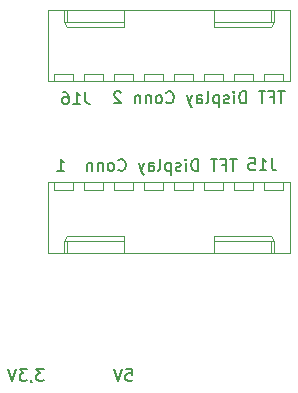
<source format=gbo>
G04 #@! TF.GenerationSoftware,KiCad,Pcbnew,(5.0.2)-1*
G04 #@! TF.CreationDate,2019-01-06T10:46:24+01:00*
G04 #@! TF.ProjectId,P300_Display_IF,50333030-5f44-4697-9370-6c61795f4946,rev?*
G04 #@! TF.SameCoordinates,Original*
G04 #@! TF.FileFunction,Legend,Bot*
G04 #@! TF.FilePolarity,Positive*
%FSLAX46Y46*%
G04 Gerber Fmt 4.6, Leading zero omitted, Abs format (unit mm)*
G04 Created by KiCad (PCBNEW (5.0.2)-1) date 06.01.2019 10:46:24*
%MOMM*%
%LPD*%
G01*
G04 APERTURE LIST*
%ADD10C,0.200000*%
%ADD11C,0.120000*%
%ADD12C,0.150000*%
G04 APERTURE END LIST*
D10*
X117030476Y-113117380D02*
X117506666Y-113117380D01*
X117554285Y-113593571D01*
X117506666Y-113545952D01*
X117411428Y-113498333D01*
X117173333Y-113498333D01*
X117078095Y-113545952D01*
X117030476Y-113593571D01*
X116982857Y-113688809D01*
X116982857Y-113926904D01*
X117030476Y-114022142D01*
X117078095Y-114069761D01*
X117173333Y-114117380D01*
X117411428Y-114117380D01*
X117506666Y-114069761D01*
X117554285Y-114022142D01*
X116697142Y-113117380D02*
X116363809Y-114117380D01*
X116030476Y-113117380D01*
X110061190Y-113117380D02*
X109442142Y-113117380D01*
X109775476Y-113498333D01*
X109632619Y-113498333D01*
X109537380Y-113545952D01*
X109489761Y-113593571D01*
X109442142Y-113688809D01*
X109442142Y-113926904D01*
X109489761Y-114022142D01*
X109537380Y-114069761D01*
X109632619Y-114117380D01*
X109918333Y-114117380D01*
X110013571Y-114069761D01*
X110061190Y-114022142D01*
X108965952Y-114069761D02*
X108965952Y-114117380D01*
X109013571Y-114212619D01*
X109061190Y-114260238D01*
X108632619Y-113117380D02*
X108013571Y-113117380D01*
X108346904Y-113498333D01*
X108204047Y-113498333D01*
X108108809Y-113545952D01*
X108061190Y-113593571D01*
X108013571Y-113688809D01*
X108013571Y-113926904D01*
X108061190Y-114022142D01*
X108108809Y-114069761D01*
X108204047Y-114117380D01*
X108489761Y-114117380D01*
X108585000Y-114069761D01*
X108632619Y-114022142D01*
X107727857Y-113117380D02*
X107394523Y-114117380D01*
X107061190Y-113117380D01*
X130451904Y-89622380D02*
X129880476Y-89622380D01*
X130166190Y-90622380D02*
X130166190Y-89622380D01*
X129213809Y-90098571D02*
X129547142Y-90098571D01*
X129547142Y-90622380D02*
X129547142Y-89622380D01*
X129070952Y-89622380D01*
X128832857Y-89622380D02*
X128261428Y-89622380D01*
X128547142Y-90622380D02*
X128547142Y-89622380D01*
X127166190Y-90622380D02*
X127166190Y-89622380D01*
X126928095Y-89622380D01*
X126785238Y-89670000D01*
X126690000Y-89765238D01*
X126642380Y-89860476D01*
X126594761Y-90050952D01*
X126594761Y-90193809D01*
X126642380Y-90384285D01*
X126690000Y-90479523D01*
X126785238Y-90574761D01*
X126928095Y-90622380D01*
X127166190Y-90622380D01*
X126166190Y-90622380D02*
X126166190Y-89955714D01*
X126166190Y-89622380D02*
X126213809Y-89670000D01*
X126166190Y-89717619D01*
X126118571Y-89670000D01*
X126166190Y-89622380D01*
X126166190Y-89717619D01*
X125737619Y-90574761D02*
X125642380Y-90622380D01*
X125451904Y-90622380D01*
X125356666Y-90574761D01*
X125309047Y-90479523D01*
X125309047Y-90431904D01*
X125356666Y-90336666D01*
X125451904Y-90289047D01*
X125594761Y-90289047D01*
X125690000Y-90241428D01*
X125737619Y-90146190D01*
X125737619Y-90098571D01*
X125690000Y-90003333D01*
X125594761Y-89955714D01*
X125451904Y-89955714D01*
X125356666Y-90003333D01*
X124880476Y-89955714D02*
X124880476Y-90955714D01*
X124880476Y-90003333D02*
X124785238Y-89955714D01*
X124594761Y-89955714D01*
X124499523Y-90003333D01*
X124451904Y-90050952D01*
X124404285Y-90146190D01*
X124404285Y-90431904D01*
X124451904Y-90527142D01*
X124499523Y-90574761D01*
X124594761Y-90622380D01*
X124785238Y-90622380D01*
X124880476Y-90574761D01*
X123832857Y-90622380D02*
X123928095Y-90574761D01*
X123975714Y-90479523D01*
X123975714Y-89622380D01*
X123023333Y-90622380D02*
X123023333Y-90098571D01*
X123070952Y-90003333D01*
X123166190Y-89955714D01*
X123356666Y-89955714D01*
X123451904Y-90003333D01*
X123023333Y-90574761D02*
X123118571Y-90622380D01*
X123356666Y-90622380D01*
X123451904Y-90574761D01*
X123499523Y-90479523D01*
X123499523Y-90384285D01*
X123451904Y-90289047D01*
X123356666Y-90241428D01*
X123118571Y-90241428D01*
X123023333Y-90193809D01*
X122642380Y-89955714D02*
X122404285Y-90622380D01*
X122166190Y-89955714D02*
X122404285Y-90622380D01*
X122499523Y-90860476D01*
X122547142Y-90908095D01*
X122642380Y-90955714D01*
X120451904Y-90527142D02*
X120499523Y-90574761D01*
X120642380Y-90622380D01*
X120737619Y-90622380D01*
X120880476Y-90574761D01*
X120975714Y-90479523D01*
X121023333Y-90384285D01*
X121070952Y-90193809D01*
X121070952Y-90050952D01*
X121023333Y-89860476D01*
X120975714Y-89765238D01*
X120880476Y-89670000D01*
X120737619Y-89622380D01*
X120642380Y-89622380D01*
X120499523Y-89670000D01*
X120451904Y-89717619D01*
X119880476Y-90622380D02*
X119975714Y-90574761D01*
X120023333Y-90527142D01*
X120070952Y-90431904D01*
X120070952Y-90146190D01*
X120023333Y-90050952D01*
X119975714Y-90003333D01*
X119880476Y-89955714D01*
X119737619Y-89955714D01*
X119642380Y-90003333D01*
X119594761Y-90050952D01*
X119547142Y-90146190D01*
X119547142Y-90431904D01*
X119594761Y-90527142D01*
X119642380Y-90574761D01*
X119737619Y-90622380D01*
X119880476Y-90622380D01*
X119118571Y-89955714D02*
X119118571Y-90622380D01*
X119118571Y-90050952D02*
X119070952Y-90003333D01*
X118975714Y-89955714D01*
X118832857Y-89955714D01*
X118737619Y-90003333D01*
X118690000Y-90098571D01*
X118690000Y-90622380D01*
X118213809Y-89955714D02*
X118213809Y-90622380D01*
X118213809Y-90050952D02*
X118166190Y-90003333D01*
X118070952Y-89955714D01*
X117928095Y-89955714D01*
X117832857Y-90003333D01*
X117785238Y-90098571D01*
X117785238Y-90622380D01*
X116594761Y-89717619D02*
X116547142Y-89670000D01*
X116451904Y-89622380D01*
X116213809Y-89622380D01*
X116118571Y-89670000D01*
X116070952Y-89717619D01*
X116023333Y-89812857D01*
X116023333Y-89908095D01*
X116070952Y-90050952D01*
X116642380Y-90622380D01*
X116023333Y-90622380D01*
X126387857Y-95337380D02*
X125816428Y-95337380D01*
X126102142Y-96337380D02*
X126102142Y-95337380D01*
X125149761Y-95813571D02*
X125483095Y-95813571D01*
X125483095Y-96337380D02*
X125483095Y-95337380D01*
X125006904Y-95337380D01*
X124768809Y-95337380D02*
X124197380Y-95337380D01*
X124483095Y-96337380D02*
X124483095Y-95337380D01*
X123102142Y-96337380D02*
X123102142Y-95337380D01*
X122864047Y-95337380D01*
X122721190Y-95385000D01*
X122625952Y-95480238D01*
X122578333Y-95575476D01*
X122530714Y-95765952D01*
X122530714Y-95908809D01*
X122578333Y-96099285D01*
X122625952Y-96194523D01*
X122721190Y-96289761D01*
X122864047Y-96337380D01*
X123102142Y-96337380D01*
X122102142Y-96337380D02*
X122102142Y-95670714D01*
X122102142Y-95337380D02*
X122149761Y-95385000D01*
X122102142Y-95432619D01*
X122054523Y-95385000D01*
X122102142Y-95337380D01*
X122102142Y-95432619D01*
X121673571Y-96289761D02*
X121578333Y-96337380D01*
X121387857Y-96337380D01*
X121292619Y-96289761D01*
X121245000Y-96194523D01*
X121245000Y-96146904D01*
X121292619Y-96051666D01*
X121387857Y-96004047D01*
X121530714Y-96004047D01*
X121625952Y-95956428D01*
X121673571Y-95861190D01*
X121673571Y-95813571D01*
X121625952Y-95718333D01*
X121530714Y-95670714D01*
X121387857Y-95670714D01*
X121292619Y-95718333D01*
X120816428Y-95670714D02*
X120816428Y-96670714D01*
X120816428Y-95718333D02*
X120721190Y-95670714D01*
X120530714Y-95670714D01*
X120435476Y-95718333D01*
X120387857Y-95765952D01*
X120340238Y-95861190D01*
X120340238Y-96146904D01*
X120387857Y-96242142D01*
X120435476Y-96289761D01*
X120530714Y-96337380D01*
X120721190Y-96337380D01*
X120816428Y-96289761D01*
X119768809Y-96337380D02*
X119864047Y-96289761D01*
X119911666Y-96194523D01*
X119911666Y-95337380D01*
X118959285Y-96337380D02*
X118959285Y-95813571D01*
X119006904Y-95718333D01*
X119102142Y-95670714D01*
X119292619Y-95670714D01*
X119387857Y-95718333D01*
X118959285Y-96289761D02*
X119054523Y-96337380D01*
X119292619Y-96337380D01*
X119387857Y-96289761D01*
X119435476Y-96194523D01*
X119435476Y-96099285D01*
X119387857Y-96004047D01*
X119292619Y-95956428D01*
X119054523Y-95956428D01*
X118959285Y-95908809D01*
X118578333Y-95670714D02*
X118340238Y-96337380D01*
X118102142Y-95670714D02*
X118340238Y-96337380D01*
X118435476Y-96575476D01*
X118483095Y-96623095D01*
X118578333Y-96670714D01*
X116387857Y-96242142D02*
X116435476Y-96289761D01*
X116578333Y-96337380D01*
X116673571Y-96337380D01*
X116816428Y-96289761D01*
X116911666Y-96194523D01*
X116959285Y-96099285D01*
X117006904Y-95908809D01*
X117006904Y-95765952D01*
X116959285Y-95575476D01*
X116911666Y-95480238D01*
X116816428Y-95385000D01*
X116673571Y-95337380D01*
X116578333Y-95337380D01*
X116435476Y-95385000D01*
X116387857Y-95432619D01*
X115816428Y-96337380D02*
X115911666Y-96289761D01*
X115959285Y-96242142D01*
X116006904Y-96146904D01*
X116006904Y-95861190D01*
X115959285Y-95765952D01*
X115911666Y-95718333D01*
X115816428Y-95670714D01*
X115673571Y-95670714D01*
X115578333Y-95718333D01*
X115530714Y-95765952D01*
X115483095Y-95861190D01*
X115483095Y-96146904D01*
X115530714Y-96242142D01*
X115578333Y-96289761D01*
X115673571Y-96337380D01*
X115816428Y-96337380D01*
X115054523Y-95670714D02*
X115054523Y-96337380D01*
X115054523Y-95765952D02*
X115006904Y-95718333D01*
X114911666Y-95670714D01*
X114768809Y-95670714D01*
X114673571Y-95718333D01*
X114625952Y-95813571D01*
X114625952Y-96337380D01*
X114149761Y-95670714D02*
X114149761Y-96337380D01*
X114149761Y-95765952D02*
X114102142Y-95718333D01*
X114006904Y-95670714D01*
X113864047Y-95670714D01*
X113768809Y-95718333D01*
X113721190Y-95813571D01*
X113721190Y-96337380D01*
X111197380Y-96337380D02*
X111768809Y-96337380D01*
X111483095Y-96337380D02*
X111483095Y-95337380D01*
X111578333Y-95480238D01*
X111673571Y-95575476D01*
X111768809Y-95623095D01*
D11*
G04 #@! TO.C,J16*
X110390000Y-88745000D02*
X110390000Y-82745000D01*
X110390000Y-82745000D02*
X130910000Y-82745000D01*
X130910000Y-82745000D02*
X130910000Y-88745000D01*
X130910000Y-88745000D02*
X110390000Y-88745000D01*
X111760000Y-82745000D02*
X111760000Y-83745000D01*
X111760000Y-83745000D02*
X116840000Y-83745000D01*
X116840000Y-83745000D02*
X116840000Y-82745000D01*
X111760000Y-83745000D02*
X112010000Y-84175000D01*
X112010000Y-84175000D02*
X116840000Y-84175000D01*
X116840000Y-84175000D02*
X116840000Y-83745000D01*
X112010000Y-82745000D02*
X112010000Y-83745000D01*
X129540000Y-82745000D02*
X129540000Y-83745000D01*
X129540000Y-83745000D02*
X124460000Y-83745000D01*
X124460000Y-83745000D02*
X124460000Y-82745000D01*
X129540000Y-83745000D02*
X129290000Y-84175000D01*
X129290000Y-84175000D02*
X124460000Y-84175000D01*
X124460000Y-84175000D02*
X124460000Y-83745000D01*
X129290000Y-82745000D02*
X129290000Y-83745000D01*
X110960000Y-88745000D02*
X110960000Y-88125000D01*
X110960000Y-88125000D02*
X112560000Y-88125000D01*
X112560000Y-88125000D02*
X112560000Y-88745000D01*
X113500000Y-88745000D02*
X113500000Y-88125000D01*
X113500000Y-88125000D02*
X115100000Y-88125000D01*
X115100000Y-88125000D02*
X115100000Y-88745000D01*
X116040000Y-88745000D02*
X116040000Y-88125000D01*
X116040000Y-88125000D02*
X117640000Y-88125000D01*
X117640000Y-88125000D02*
X117640000Y-88745000D01*
X118580000Y-88745000D02*
X118580000Y-88125000D01*
X118580000Y-88125000D02*
X120180000Y-88125000D01*
X120180000Y-88125000D02*
X120180000Y-88745000D01*
X121120000Y-88745000D02*
X121120000Y-88125000D01*
X121120000Y-88125000D02*
X122720000Y-88125000D01*
X122720000Y-88125000D02*
X122720000Y-88745000D01*
X123660000Y-88745000D02*
X123660000Y-88125000D01*
X123660000Y-88125000D02*
X125260000Y-88125000D01*
X125260000Y-88125000D02*
X125260000Y-88745000D01*
X126200000Y-88745000D02*
X126200000Y-88125000D01*
X126200000Y-88125000D02*
X127800000Y-88125000D01*
X127800000Y-88125000D02*
X127800000Y-88745000D01*
X128740000Y-88745000D02*
X128740000Y-88125000D01*
X128740000Y-88125000D02*
X130340000Y-88125000D01*
X130340000Y-88125000D02*
X130340000Y-88745000D01*
G04 #@! TO.C,J15*
X130910000Y-97310000D02*
X130910000Y-103310000D01*
X130910000Y-103310000D02*
X110390000Y-103310000D01*
X110390000Y-103310000D02*
X110390000Y-97310000D01*
X110390000Y-97310000D02*
X130910000Y-97310000D01*
X129540000Y-103310000D02*
X129540000Y-102310000D01*
X129540000Y-102310000D02*
X124460000Y-102310000D01*
X124460000Y-102310000D02*
X124460000Y-103310000D01*
X129540000Y-102310000D02*
X129290000Y-101880000D01*
X129290000Y-101880000D02*
X124460000Y-101880000D01*
X124460000Y-101880000D02*
X124460000Y-102310000D01*
X129290000Y-103310000D02*
X129290000Y-102310000D01*
X111760000Y-103310000D02*
X111760000Y-102310000D01*
X111760000Y-102310000D02*
X116840000Y-102310000D01*
X116840000Y-102310000D02*
X116840000Y-103310000D01*
X111760000Y-102310000D02*
X112010000Y-101880000D01*
X112010000Y-101880000D02*
X116840000Y-101880000D01*
X116840000Y-101880000D02*
X116840000Y-102310000D01*
X112010000Y-103310000D02*
X112010000Y-102310000D01*
X130340000Y-97310000D02*
X130340000Y-97930000D01*
X130340000Y-97930000D02*
X128740000Y-97930000D01*
X128740000Y-97930000D02*
X128740000Y-97310000D01*
X127800000Y-97310000D02*
X127800000Y-97930000D01*
X127800000Y-97930000D02*
X126200000Y-97930000D01*
X126200000Y-97930000D02*
X126200000Y-97310000D01*
X125260000Y-97310000D02*
X125260000Y-97930000D01*
X125260000Y-97930000D02*
X123660000Y-97930000D01*
X123660000Y-97930000D02*
X123660000Y-97310000D01*
X122720000Y-97310000D02*
X122720000Y-97930000D01*
X122720000Y-97930000D02*
X121120000Y-97930000D01*
X121120000Y-97930000D02*
X121120000Y-97310000D01*
X120180000Y-97310000D02*
X120180000Y-97930000D01*
X120180000Y-97930000D02*
X118580000Y-97930000D01*
X118580000Y-97930000D02*
X118580000Y-97310000D01*
X117640000Y-97310000D02*
X117640000Y-97930000D01*
X117640000Y-97930000D02*
X116040000Y-97930000D01*
X116040000Y-97930000D02*
X116040000Y-97310000D01*
X115100000Y-97310000D02*
X115100000Y-97930000D01*
X115100000Y-97930000D02*
X113500000Y-97930000D01*
X113500000Y-97930000D02*
X113500000Y-97310000D01*
X112560000Y-97310000D02*
X112560000Y-97930000D01*
X112560000Y-97930000D02*
X110960000Y-97930000D01*
X110960000Y-97930000D02*
X110960000Y-97310000D01*
G04 #@! TD*
G04 #@! TO.C,J16*
D12*
X113569523Y-89677380D02*
X113569523Y-90391666D01*
X113617142Y-90534523D01*
X113712380Y-90629761D01*
X113855238Y-90677380D01*
X113950476Y-90677380D01*
X112569523Y-90677380D02*
X113140952Y-90677380D01*
X112855238Y-90677380D02*
X112855238Y-89677380D01*
X112950476Y-89820238D01*
X113045714Y-89915476D01*
X113140952Y-89963095D01*
X111712380Y-89677380D02*
X111902857Y-89677380D01*
X111998095Y-89725000D01*
X112045714Y-89772619D01*
X112140952Y-89915476D01*
X112188571Y-90105952D01*
X112188571Y-90486904D01*
X112140952Y-90582142D01*
X112093333Y-90629761D01*
X111998095Y-90677380D01*
X111807619Y-90677380D01*
X111712380Y-90629761D01*
X111664761Y-90582142D01*
X111617142Y-90486904D01*
X111617142Y-90248809D01*
X111664761Y-90153571D01*
X111712380Y-90105952D01*
X111807619Y-90058333D01*
X111998095Y-90058333D01*
X112093333Y-90105952D01*
X112140952Y-90153571D01*
X112188571Y-90248809D01*
G04 #@! TO.C,J15*
X129349523Y-95282380D02*
X129349523Y-95996666D01*
X129397142Y-96139523D01*
X129492380Y-96234761D01*
X129635238Y-96282380D01*
X129730476Y-96282380D01*
X128349523Y-96282380D02*
X128920952Y-96282380D01*
X128635238Y-96282380D02*
X128635238Y-95282380D01*
X128730476Y-95425238D01*
X128825714Y-95520476D01*
X128920952Y-95568095D01*
X127444761Y-95282380D02*
X127920952Y-95282380D01*
X127968571Y-95758571D01*
X127920952Y-95710952D01*
X127825714Y-95663333D01*
X127587619Y-95663333D01*
X127492380Y-95710952D01*
X127444761Y-95758571D01*
X127397142Y-95853809D01*
X127397142Y-96091904D01*
X127444761Y-96187142D01*
X127492380Y-96234761D01*
X127587619Y-96282380D01*
X127825714Y-96282380D01*
X127920952Y-96234761D01*
X127968571Y-96187142D01*
G04 #@! TD*
M02*

</source>
